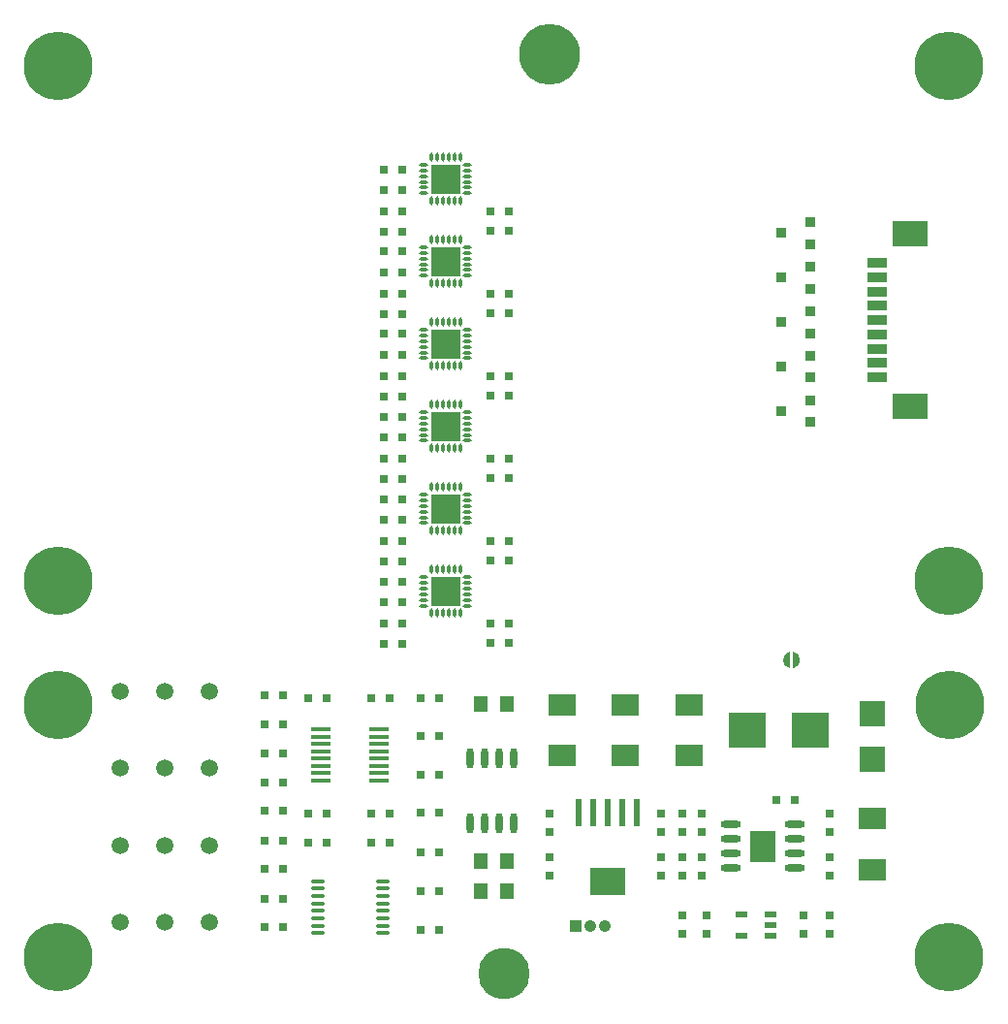
<source format=gbr>
G04*
G04 #@! TF.GenerationSoftware,Altium Limited,Altium Designer,24.1.2 (44)*
G04*
G04 Layer_Color=255*
%FSLAX44Y44*%
%MOMM*%
G71*
G04*
G04 #@! TF.SameCoordinates,B1001185-6E67-4BF1-ABA2-4279EC4F573C*
G04*
G04*
G04 #@! TF.FilePolarity,Positive*
G04*
G01*
G75*
%ADD20R,2.5000X2.5000*%
%ADD21R,0.7000X0.8000*%
%ADD22R,1.2696X1.3462*%
%ADD23O,0.6000X1.8000*%
%ADD24R,0.8000X0.7000*%
%ADD25R,1.0000X0.6000*%
%ADD26R,2.3622X1.8796*%
%ADD27R,0.9500X0.9000*%
%ADD28R,2.3000X2.2860*%
%ADD29R,1.7018X0.8128*%
%ADD30R,3.0988X2.2098*%
G04:AMPARAMS|DCode=31|XSize=0.2746mm|YSize=0.8048mm|CornerRadius=0.1373mm|HoleSize=0mm|Usage=FLASHONLY|Rotation=90.000|XOffset=0mm|YOffset=0mm|HoleType=Round|Shape=RoundedRectangle|*
%AMROUNDEDRECTD31*
21,1,0.2746,0.5302,0,0,90.0*
21,1,0.0000,0.8048,0,0,90.0*
1,1,0.2746,0.2651,0.0000*
1,1,0.2746,0.2651,0.0000*
1,1,0.2746,-0.2651,0.0000*
1,1,0.2746,-0.2651,0.0000*
%
%ADD31ROUNDEDRECTD31*%
%ADD32R,3.3000X3.1500*%
%ADD33O,1.8000X0.6000*%
%ADD34R,2.3000X2.8000*%
%ADD35R,3.1725X2.3455*%
%ADD36R,0.6325X2.3455*%
%ADD37O,1.3000X0.3500*%
%ADD38R,1.8000X0.4000*%
G04:AMPARAMS|DCode=39|XSize=0.2746mm|YSize=0.8048mm|CornerRadius=0.1373mm|HoleSize=0mm|Usage=FLASHONLY|Rotation=180.000|XOffset=0mm|YOffset=0mm|HoleType=Round|Shape=RoundedRectangle|*
%AMROUNDEDRECTD39*
21,1,0.2746,0.5302,0,0,180.0*
21,1,0.0000,0.8048,0,0,180.0*
1,1,0.2746,0.0000,0.2651*
1,1,0.2746,0.0000,0.2651*
1,1,0.2746,0.0000,-0.2651*
1,1,0.2746,0.0000,-0.2651*
%
%ADD39ROUNDEDRECTD39*%
%ADD67C,1.5000*%
%ADD70C,5.3000*%
%ADD71C,4.5000*%
%ADD72C,0.7000*%
%ADD73C,6.0000*%
%ADD74C,0.8000*%
%ADD75R,1.0500X1.0500*%
%ADD76C,1.0500*%
G36*
G01X675178Y287614D02*
G02Y302386I1302J7386D01*
G01Y287614D01*
D02*
G37*
G36*
G01X677782Y302386D02*
G02Y287614I-1302J-7386D01*
G01Y302386D01*
D02*
G37*
D20*
X374350Y715000D02*
D03*
Y643000D02*
D03*
Y571000D02*
D03*
Y499000D02*
D03*
Y427000D02*
D03*
Y355000D02*
D03*
D21*
X232548Y263917D02*
D03*
X216548D02*
D03*
X320459Y723083D02*
D03*
X336459D02*
D03*
X336457Y704950D02*
D03*
X320457D02*
D03*
X320459Y651628D02*
D03*
X336459D02*
D03*
X336457Y633672D02*
D03*
X320457D02*
D03*
X320459Y579628D02*
D03*
X336459D02*
D03*
X336457Y561672D02*
D03*
X320457D02*
D03*
X320459Y507628D02*
D03*
X336459D02*
D03*
X336457Y489672D02*
D03*
X320457D02*
D03*
X320459Y435628D02*
D03*
X336459D02*
D03*
X336457Y417672D02*
D03*
X320457D02*
D03*
X320459Y363628D02*
D03*
X336459D02*
D03*
X336457Y345671D02*
D03*
X320457D02*
D03*
X320458Y452684D02*
D03*
X336458D02*
D03*
X232548Y136981D02*
D03*
X216548D02*
D03*
Y163088D02*
D03*
X232548D02*
D03*
X216548Y188295D02*
D03*
X232548D02*
D03*
X216548Y213503D02*
D03*
X232548D02*
D03*
X232550Y238710D02*
D03*
X216550D02*
D03*
X216550Y112674D02*
D03*
X232550D02*
D03*
X232549Y86567D02*
D03*
X216549D02*
D03*
X216548Y62260D02*
D03*
X232548D02*
D03*
X309710Y135881D02*
D03*
X325710D02*
D03*
X336458Y309184D02*
D03*
X320458D02*
D03*
X663560Y172720D02*
D03*
X679560D02*
D03*
X270441Y135881D02*
D03*
X254441D02*
D03*
X254442Y261917D02*
D03*
X270442D02*
D03*
X325711D02*
D03*
X309711D02*
D03*
X270442Y161088D02*
D03*
X254442D02*
D03*
X309711D02*
D03*
X325711D02*
D03*
X368679Y229057D02*
D03*
X352679D02*
D03*
X352681Y161539D02*
D03*
X368681D02*
D03*
X352680Y194398D02*
D03*
X368680D02*
D03*
X368680Y261917D02*
D03*
X352680D02*
D03*
X368680Y126879D02*
D03*
X352680D02*
D03*
X368680Y59360D02*
D03*
X352680D02*
D03*
X368680Y93119D02*
D03*
X352680D02*
D03*
X413244Y470816D02*
D03*
X429244D02*
D03*
X413244Y686816D02*
D03*
X429244D02*
D03*
X429242Y669584D02*
D03*
X413242D02*
D03*
X413244Y614816D02*
D03*
X429244D02*
D03*
X429242Y597584D02*
D03*
X413242D02*
D03*
X413244Y542816D02*
D03*
X429244D02*
D03*
X429242Y525584D02*
D03*
X413242D02*
D03*
X429242Y453584D02*
D03*
X413242D02*
D03*
X413244Y398816D02*
D03*
X429244D02*
D03*
X429242Y381584D02*
D03*
X413242D02*
D03*
Y326814D02*
D03*
X429242D02*
D03*
Y309584D02*
D03*
X413242D02*
D03*
X320458Y614816D02*
D03*
X336458D02*
D03*
X320458Y668684D02*
D03*
X336458D02*
D03*
X320458Y542816D02*
D03*
X336458D02*
D03*
X320458Y596684D02*
D03*
X336458D02*
D03*
X320458Y524684D02*
D03*
X336458D02*
D03*
X320458Y380684D02*
D03*
X336458D02*
D03*
Y470816D02*
D03*
X320458D02*
D03*
Y398816D02*
D03*
X336458D02*
D03*
X320460Y326814D02*
D03*
X336460D02*
D03*
X320458Y686816D02*
D03*
X336458D02*
D03*
D22*
X428216Y93119D02*
D03*
X405352D02*
D03*
X428216Y119554D02*
D03*
X405352D02*
D03*
X427604Y256278D02*
D03*
X404740D02*
D03*
D23*
X434072Y208922D02*
D03*
X421372D02*
D03*
X408672D02*
D03*
X395972D02*
D03*
X434072Y152422D02*
D03*
X421372D02*
D03*
X408672D02*
D03*
X395972D02*
D03*
D24*
X709740Y71671D02*
D03*
Y55671D02*
D03*
X580670Y71671D02*
D03*
Y55671D02*
D03*
X687080D02*
D03*
Y71671D02*
D03*
X601970D02*
D03*
Y55671D02*
D03*
X709740Y123053D02*
D03*
Y107053D02*
D03*
X580670Y123054D02*
D03*
Y107054D02*
D03*
X709740Y161169D02*
D03*
Y145169D02*
D03*
X580670Y161170D02*
D03*
Y145170D02*
D03*
X597970Y123054D02*
D03*
Y107054D02*
D03*
Y161170D02*
D03*
Y145170D02*
D03*
X562469Y107054D02*
D03*
Y123054D02*
D03*
X464820Y107054D02*
D03*
Y123054D02*
D03*
Y145169D02*
D03*
Y161169D02*
D03*
X562469Y145169D02*
D03*
Y161169D02*
D03*
D25*
X632410Y54171D02*
D03*
Y73171D02*
D03*
X657910D02*
D03*
Y63671D02*
D03*
Y54171D02*
D03*
D26*
X747061Y156464D02*
D03*
Y111760D02*
D03*
X586740Y211328D02*
D03*
Y256032D02*
D03*
X530860D02*
D03*
Y211328D02*
D03*
X476120Y256151D02*
D03*
Y211447D02*
D03*
D27*
X692484Y521644D02*
D03*
X667484Y512144D02*
D03*
X692484Y502644D02*
D03*
Y560536D02*
D03*
X667484Y551036D02*
D03*
X692484Y541536D02*
D03*
Y599428D02*
D03*
X667484Y589928D02*
D03*
X692484Y580428D02*
D03*
Y638320D02*
D03*
X667484Y628820D02*
D03*
X692484Y619320D02*
D03*
Y658211D02*
D03*
X667484Y667711D02*
D03*
X692484Y677211D02*
D03*
D28*
X747061Y207957D02*
D03*
Y247957D02*
D03*
D29*
X750955Y541752D02*
D03*
Y554252D02*
D03*
Y566752D02*
D03*
Y579252D02*
D03*
Y591752D02*
D03*
Y604252D02*
D03*
Y616752D02*
D03*
Y629252D02*
D03*
Y641752D02*
D03*
D30*
X779955Y667252D02*
D03*
Y516252D02*
D03*
D31*
X393374Y367500D02*
D03*
X355326Y630500D02*
D03*
X355326Y635500D02*
D03*
Y640500D02*
D03*
Y645500D02*
D03*
Y650500D02*
D03*
Y655500D02*
D03*
X393374D02*
D03*
X393374Y650500D02*
D03*
Y645500D02*
D03*
Y640500D02*
D03*
Y635500D02*
D03*
Y630500D02*
D03*
Y702500D02*
D03*
Y707500D02*
D03*
Y712500D02*
D03*
Y717500D02*
D03*
Y722500D02*
D03*
Y727500D02*
D03*
X355326D02*
D03*
Y722500D02*
D03*
Y717500D02*
D03*
Y712500D02*
D03*
Y707500D02*
D03*
Y702500D02*
D03*
X393374Y558500D02*
D03*
Y563500D02*
D03*
Y568500D02*
D03*
Y573500D02*
D03*
Y578500D02*
D03*
Y583500D02*
D03*
X355326D02*
D03*
Y578500D02*
D03*
Y573500D02*
D03*
Y568500D02*
D03*
Y563500D02*
D03*
Y558500D02*
D03*
X393374Y486500D02*
D03*
Y491500D02*
D03*
Y496500D02*
D03*
Y501500D02*
D03*
Y506500D02*
D03*
Y511500D02*
D03*
X355326D02*
D03*
Y506500D02*
D03*
Y501500D02*
D03*
Y496500D02*
D03*
Y491500D02*
D03*
Y486500D02*
D03*
X393374Y414500D02*
D03*
Y419500D02*
D03*
Y424500D02*
D03*
Y429500D02*
D03*
Y434500D02*
D03*
Y439500D02*
D03*
X355326D02*
D03*
Y434500D02*
D03*
Y429500D02*
D03*
Y424500D02*
D03*
Y419500D02*
D03*
Y414500D02*
D03*
X393374Y342500D02*
D03*
Y347500D02*
D03*
Y352500D02*
D03*
Y357500D02*
D03*
Y362500D02*
D03*
X355326Y367500D02*
D03*
Y362500D02*
D03*
Y357500D02*
D03*
Y352500D02*
D03*
Y347500D02*
D03*
Y342500D02*
D03*
D32*
X692980Y233680D02*
D03*
X637980D02*
D03*
D33*
X623060Y151384D02*
D03*
Y138684D02*
D03*
Y125984D02*
D03*
Y113284D02*
D03*
X679560Y151384D02*
D03*
Y138684D02*
D03*
Y125984D02*
D03*
Y113284D02*
D03*
D34*
X651310Y132334D02*
D03*
D35*
X515620Y101977D02*
D03*
D36*
X490220Y162183D02*
D03*
X502920D02*
D03*
X515620D02*
D03*
X528320D02*
D03*
X541020D02*
D03*
D37*
X262426Y102010D02*
D03*
Y95510D02*
D03*
Y89010D02*
D03*
Y82510D02*
D03*
Y76010D02*
D03*
Y69510D02*
D03*
Y63010D02*
D03*
Y56510D02*
D03*
X319426Y102010D02*
D03*
Y95510D02*
D03*
Y89010D02*
D03*
Y82510D02*
D03*
Y76010D02*
D03*
Y69510D02*
D03*
Y63010D02*
D03*
Y56510D02*
D03*
D38*
X316453Y234177D02*
D03*
Y227827D02*
D03*
Y221477D02*
D03*
Y215127D02*
D03*
Y208777D02*
D03*
Y202427D02*
D03*
Y196077D02*
D03*
Y189727D02*
D03*
X265399D02*
D03*
Y196077D02*
D03*
Y202427D02*
D03*
Y208777D02*
D03*
Y215127D02*
D03*
Y221477D02*
D03*
Y227827D02*
D03*
Y234177D02*
D03*
D39*
X386850Y623976D02*
D03*
X381850Y623976D02*
D03*
X376850D02*
D03*
X371850D02*
D03*
X366850D02*
D03*
X361850D02*
D03*
Y662024D02*
D03*
X366850Y662024D02*
D03*
X371850D02*
D03*
X376850D02*
D03*
X381850D02*
D03*
X386850D02*
D03*
Y734024D02*
D03*
X381850D02*
D03*
X376850D02*
D03*
X371850D02*
D03*
X366850D02*
D03*
X361850D02*
D03*
Y695976D02*
D03*
X366850D02*
D03*
X371850D02*
D03*
X376850D02*
D03*
X381850D02*
D03*
X386850D02*
D03*
Y590024D02*
D03*
X381850D02*
D03*
X376850D02*
D03*
X371850D02*
D03*
X366850D02*
D03*
X361850D02*
D03*
Y551976D02*
D03*
X366850D02*
D03*
X371850D02*
D03*
X376850D02*
D03*
X381850D02*
D03*
X386850D02*
D03*
Y518024D02*
D03*
X381850D02*
D03*
X376850D02*
D03*
X371850D02*
D03*
X366850D02*
D03*
X361850D02*
D03*
Y479976D02*
D03*
X366850D02*
D03*
X371850D02*
D03*
X376850D02*
D03*
X381850D02*
D03*
X386850D02*
D03*
Y446024D02*
D03*
X381850D02*
D03*
X376850D02*
D03*
X371850D02*
D03*
X366850D02*
D03*
X361850D02*
D03*
Y407976D02*
D03*
X366850D02*
D03*
X371850D02*
D03*
X376850D02*
D03*
X381850D02*
D03*
X386850D02*
D03*
Y374024D02*
D03*
X381850D02*
D03*
X376850D02*
D03*
X371850D02*
D03*
X366850D02*
D03*
X361850D02*
D03*
Y335976D02*
D03*
X366850D02*
D03*
X371850D02*
D03*
X376850D02*
D03*
X381850D02*
D03*
X386850D02*
D03*
D67*
X90000Y267627D02*
D03*
X167640Y267627D02*
D03*
X128820D02*
D03*
X167640Y200373D02*
D03*
X128820D02*
D03*
X90000D02*
D03*
Y65866D02*
D03*
X128820D02*
D03*
X167640D02*
D03*
Y133120D02*
D03*
X128820D02*
D03*
X90000D02*
D03*
D70*
X465300Y824000D02*
D03*
D71*
X425000Y21000D02*
D03*
D72*
X486420Y815252D02*
D03*
X456552Y802880D02*
D03*
X444180Y832748D02*
D03*
X474048Y845120D02*
D03*
X486420Y832748D02*
D03*
X474048Y802880D02*
D03*
X444180Y815252D02*
D03*
X456552Y845120D02*
D03*
D73*
X36000Y814000D02*
D03*
Y256000D02*
D03*
Y364000D02*
D03*
X814477Y256000D02*
D03*
X814000Y364000D02*
D03*
Y36000D02*
D03*
Y814000D02*
D03*
X36000Y36000D02*
D03*
D74*
X27252Y835120D02*
D03*
X14880Y805252D02*
D03*
X44748Y792880D02*
D03*
X57120Y822748D02*
D03*
X44748Y835120D02*
D03*
X14880Y822748D02*
D03*
X27252Y792880D02*
D03*
X57120Y805252D02*
D03*
X27252Y277120D02*
D03*
X14880Y247252D02*
D03*
X44748Y234880D02*
D03*
X57120Y264748D02*
D03*
X44748Y277120D02*
D03*
X14880Y264748D02*
D03*
X27252Y234880D02*
D03*
X57120Y247252D02*
D03*
X27252Y385120D02*
D03*
X14880Y355252D02*
D03*
X44748Y342880D02*
D03*
X57120Y372748D02*
D03*
X44748Y385120D02*
D03*
X14880Y372748D02*
D03*
X27252Y342880D02*
D03*
X57120Y355252D02*
D03*
X805729Y277120D02*
D03*
X793357Y247252D02*
D03*
X823225Y234880D02*
D03*
X835597Y264748D02*
D03*
X823225Y277120D02*
D03*
X793357Y264748D02*
D03*
X805729Y234880D02*
D03*
X835597Y247252D02*
D03*
X805252Y385120D02*
D03*
X792880Y355252D02*
D03*
X822748Y342880D02*
D03*
X835120Y372748D02*
D03*
X822748Y385120D02*
D03*
X792880Y372748D02*
D03*
X805252Y342880D02*
D03*
X835120Y355252D02*
D03*
X805252Y57120D02*
D03*
X792880Y27252D02*
D03*
X822748Y14880D02*
D03*
X835120Y44748D02*
D03*
X822748Y57120D02*
D03*
X792880Y44748D02*
D03*
X805252Y14880D02*
D03*
X835120Y27252D02*
D03*
X805252Y835120D02*
D03*
X792880Y805252D02*
D03*
X822748Y792880D02*
D03*
X835120Y822748D02*
D03*
X822748Y835120D02*
D03*
X792880Y822748D02*
D03*
X805252Y792880D02*
D03*
X835120Y805252D02*
D03*
X27252Y57120D02*
D03*
X14880Y27252D02*
D03*
X44748Y14880D02*
D03*
X57120Y44748D02*
D03*
X44748Y57120D02*
D03*
X14880Y44748D02*
D03*
X27252Y14880D02*
D03*
X57120Y27252D02*
D03*
D75*
X487680Y62820D02*
D03*
D76*
X500380D02*
D03*
X513080D02*
D03*
M02*

</source>
